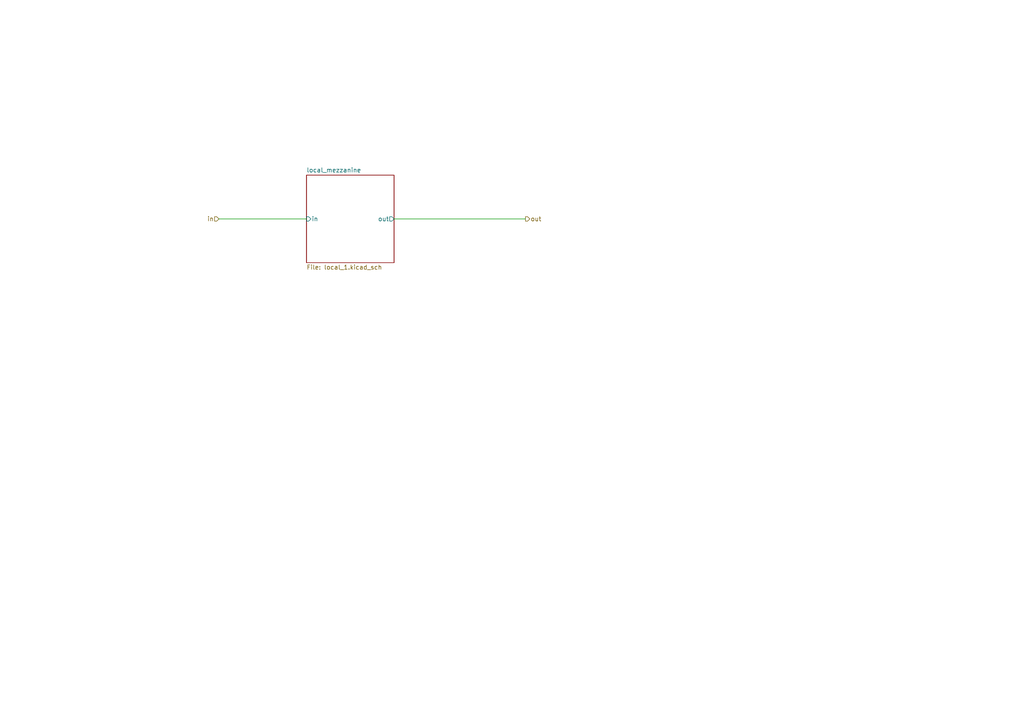
<source format=kicad_sch>
(kicad_sch (version 20230121) (generator eeschema)
  (paper "A4")
  (lib_symbols)
  (wire (pts (xy 63.5 63.5) (xy 88.9 63.5)))
  (wire (pts (xy 114.3 63.5) (xy 152.4 63.5)))
  (hierarchical_label "out" (shape output) (at 152.4 63.5 0))
  (hierarchical_label "in" (shape input) (at 63.5 63.5 180))
  (sheet (at 88.9 50.8) (size 25.4 25.4) (stroke (width 0.1524))
    (property "Sheetname" "local_mezzanine" (at 88.9 50.0884 0) (effects (justify left bottom)))
    (property "Sheetfile" "local_1.kicad_sch" (at 88.9 76.7846 0) (effects (justify left top)))
    (pin "in" input (at 88.9 63.5 180))
    (pin "out" output (at 114.3 63.5 0))
  )
)
</source>
